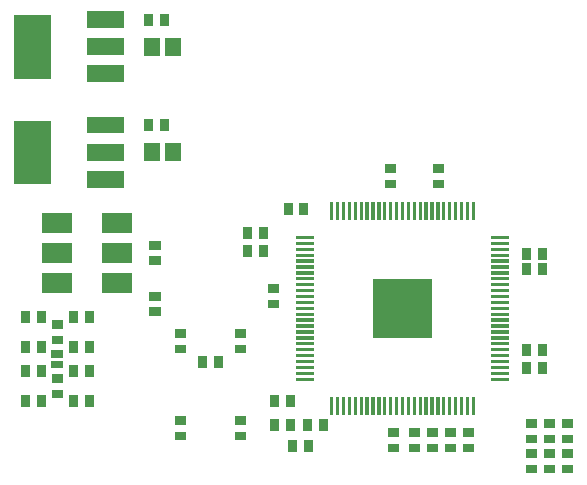
<source format=gbr>
G04 start of page 13 for group -4015 idx -4015 *
G04 Title: (unknown), toppaste *
G04 Creator: pcb 1.99z *
G04 CreationDate: Sun 01 Aug 2010 05:53:12 AM GMT UTC *
G04 For: jensen *
G04 Format: Gerber/RS-274X *
G04 PCB-Dimensions: 200000 250000 *
G04 PCB-Coordinate-Origin: lower left *
%MOIN*%
%FSLAX25Y25*%
%LNFRONTPASTE*%
%ADD11C,0.0200*%
%ADD21R,0.0560X0.0560*%
%ADD22R,0.1220X0.1220*%
%ADD23R,0.0295X0.0295*%
%ADD24R,0.0512X0.0512*%
%ADD25R,0.0110X0.0110*%
%ADD26R,0.0650X0.0650*%
%ADD27R,0.0240X0.0240*%
G54D23*X186508Y23441D02*X187492D01*
X186508Y28559D02*X187492D01*
X192508Y38559D02*X193492D01*
X192508Y33441D02*X193492D01*
X180508D02*X181492D01*
X180508Y38559D02*X181492D01*
X180508Y28559D02*X181492D01*
X180508Y23441D02*X181492D01*
X186508Y33441D02*X187492D01*
X186508Y38559D02*X187492D01*
X192508Y23441D02*X193492D01*
X192508Y28559D02*X193492D01*
G54D27*X22200Y61800D02*X23800D01*
X22200Y58200D02*X23800D01*
G54D26*X21250Y105500D02*X24750D01*
X21250Y95500D02*X24750D01*
X21250Y85500D02*X24750D01*
X41250D02*X44750D01*
X41250Y95500D02*X44750D01*
X41250Y105500D02*X44750D01*
G54D23*X12441Y46492D02*Y45508D01*
X17559Y46492D02*Y45508D01*
X147508Y30441D02*X148492D01*
X147508Y35559D02*X148492D01*
X12441Y74492D02*Y73508D01*
X17559Y74492D02*Y73508D01*
X159508Y30441D02*X160492D01*
X159508Y35559D02*X160492D01*
X99882Y110492D02*Y109508D01*
X105000Y110492D02*Y109508D01*
X100559Y38492D02*Y37508D01*
X95441Y38492D02*Y37508D01*
X106441Y38492D02*Y37508D01*
X111559Y38492D02*Y37508D01*
G54D11*G36*
X128157Y86843D02*Y67158D01*
X147842D01*
Y86843D01*
X128157D01*
G37*
G54D23*X86441Y102492D02*Y101508D01*
X91559Y102492D02*Y101508D01*
X55008Y92941D02*X55992D01*
X55008Y98059D02*X55992D01*
X22508Y71559D02*X23492D01*
X22508Y66441D02*X23492D01*
X12441Y64492D02*Y63508D01*
X17559Y64492D02*Y63508D01*
X12441Y56492D02*Y55508D01*
X17559Y56492D02*Y55508D01*
X86441Y96492D02*Y95508D01*
X91559Y96492D02*Y95508D01*
X55008Y81059D02*X55992D01*
X55008Y75941D02*X55992D01*
X100559Y46492D02*Y45508D01*
X95441Y46492D02*Y45508D01*
X28441Y46492D02*Y45508D01*
X33559Y46492D02*Y45508D01*
X76559Y59492D02*Y58508D01*
X71441Y59492D02*Y58508D01*
X22508Y53559D02*X23492D01*
X22508Y48441D02*X23492D01*
X83508Y63441D02*X84492D01*
X83508Y68559D02*X84492D01*
G54D21*X35700Y155172D02*X42300D01*
X35700Y164172D02*X42300D01*
X35700Y173272D02*X42300D01*
G54D22*X14600Y168672D02*Y159672D01*
G54D23*X63508Y39559D02*X64492D01*
X63508Y34441D02*X64492D01*
X149508Y123559D02*X150492D01*
X149508Y118441D02*X150492D01*
G54D24*X61543Y129393D02*Y128607D01*
X54457Y129393D02*Y128607D01*
G54D23*X28441Y74492D02*Y73508D01*
X33559Y74492D02*Y73508D01*
X134508Y30441D02*X135492D01*
X134508Y35559D02*X135492D01*
X106559Y31492D02*Y30508D01*
X101441Y31492D02*Y30508D01*
X83508Y39559D02*X84492D01*
X83508Y34441D02*X84492D01*
G54D24*X61543Y164393D02*Y163607D01*
X54457Y164393D02*Y163607D01*
G54D23*X184559Y57492D02*Y56508D01*
X179441Y57492D02*Y56508D01*
X153508Y30441D02*X154492D01*
X153508Y35559D02*X154492D01*
X28441Y64492D02*Y63508D01*
X33559Y64492D02*Y63508D01*
X28441Y56492D02*Y55508D01*
X33559Y56492D02*Y55508D01*
G54D25*X114378Y46890D02*Y41992D01*
X116346Y46890D02*Y41992D01*
X118315Y46890D02*Y41992D01*
X120283Y46890D02*Y41992D01*
X122252Y46890D02*Y41992D01*
X124220Y46890D02*Y41992D01*
X126189Y46890D02*Y41992D01*
X128157Y46890D02*Y41992D01*
X130126Y46890D02*Y41992D01*
X132094Y46890D02*Y41992D01*
X134063Y46890D02*Y41992D01*
X136031Y46890D02*Y41992D01*
X138000Y46890D02*Y41992D01*
X139968Y46890D02*Y41992D01*
X141937Y46890D02*Y41992D01*
X143905Y46890D02*Y41992D01*
X145874Y46890D02*Y41992D01*
X147842Y46890D02*Y41992D01*
X149811Y46890D02*Y41992D01*
X151779Y46890D02*Y41992D01*
X153748Y46890D02*Y41992D01*
X155716Y46890D02*Y41992D01*
X157685Y46890D02*Y41992D01*
X159653Y46890D02*Y41992D01*
X161622Y46890D02*Y41992D01*
X168110Y53378D02*X173008D01*
X168110Y55346D02*X173008D01*
X168110Y57315D02*X173008D01*
X168110Y59283D02*X173008D01*
X168110Y61252D02*X173008D01*
X168110Y63220D02*X173008D01*
X168110Y65189D02*X173008D01*
X168110Y67157D02*X173008D01*
X168110Y69126D02*X173008D01*
X168110Y71094D02*X173008D01*
X168110Y73063D02*X173008D01*
X168110Y75031D02*X173008D01*
X168110Y77000D02*X173008D01*
X168110Y78968D02*X173008D01*
X168110Y80937D02*X173008D01*
X168110Y82905D02*X173008D01*
X168110Y84874D02*X173008D01*
X168110Y86842D02*X173008D01*
X168110Y88811D02*X173008D01*
X168110Y90779D02*X173008D01*
X168110Y92748D02*X173008D01*
X168110Y94716D02*X173008D01*
X168110Y96685D02*X173008D01*
X168110Y98653D02*X173008D01*
X168110Y100622D02*X173008D01*
X161622Y112008D02*Y107110D01*
X159654Y112008D02*Y107110D01*
X157685Y112008D02*Y107110D01*
X155717Y112008D02*Y107110D01*
X153748Y112008D02*Y107110D01*
X151780Y112008D02*Y107110D01*
X149811Y112008D02*Y107110D01*
X147843Y112008D02*Y107110D01*
X145874Y112008D02*Y107110D01*
X143906Y112008D02*Y107110D01*
X141937Y112008D02*Y107110D01*
X139969Y112008D02*Y107110D01*
X138000Y112008D02*Y107110D01*
X136032Y112008D02*Y107110D01*
X134063Y112008D02*Y107110D01*
X132095Y112008D02*Y107110D01*
X130126Y112008D02*Y107110D01*
X128158Y112008D02*Y107110D01*
X126189Y112008D02*Y107110D01*
X124221Y112008D02*Y107110D01*
X122252Y112008D02*Y107110D01*
X120284Y112008D02*Y107110D01*
X118315Y112008D02*Y107110D01*
X116347Y112008D02*Y107110D01*
X114378Y112008D02*Y107110D01*
X102992Y100622D02*X107890D01*
X102992Y98654D02*X107890D01*
X102992Y96685D02*X107890D01*
X102992Y94717D02*X107890D01*
X102992Y92748D02*X107890D01*
X102992Y90780D02*X107890D01*
X102992Y88811D02*X107890D01*
X102992Y86843D02*X107890D01*
X102992Y84874D02*X107890D01*
X102992Y82906D02*X107890D01*
X102992Y80937D02*X107890D01*
X102992Y78969D02*X107890D01*
X102992Y77000D02*X107890D01*
X102992Y75032D02*X107890D01*
X102992Y73063D02*X107890D01*
X102992Y71095D02*X107890D01*
X102992Y69126D02*X107890D01*
X102992Y67158D02*X107890D01*
X102992Y65189D02*X107890D01*
X102992Y63221D02*X107890D01*
X102992Y61252D02*X107890D01*
X102992Y59284D02*X107890D01*
X102992Y57315D02*X107890D01*
X102992Y55347D02*X107890D01*
X102992Y53378D02*X107890D01*
G54D23*X63508Y63441D02*X64492D01*
X63508Y68559D02*X64492D01*
X133508Y123559D02*X134492D01*
X133508Y118441D02*X134492D01*
X184559Y90492D02*Y89508D01*
X179441Y90492D02*Y89508D01*
X58559Y138492D02*Y137508D01*
X53441Y138492D02*Y137508D01*
X58559Y173492D02*Y172508D01*
X53441Y173492D02*Y172508D01*
X184559Y95492D02*Y94508D01*
X179441Y95492D02*Y94508D01*
X94508Y83559D02*X95492D01*
X94508Y78441D02*X95492D01*
X184559Y63492D02*Y62508D01*
X179441Y63492D02*Y62508D01*
G54D21*X35700Y120000D02*X42300D01*
X35700Y129000D02*X42300D01*
X35700Y138100D02*X42300D01*
G54D22*X14600Y133500D02*Y124500D01*
G54D23*X141508Y30441D02*X142492D01*
X141508Y35559D02*X142492D01*
M02*

</source>
